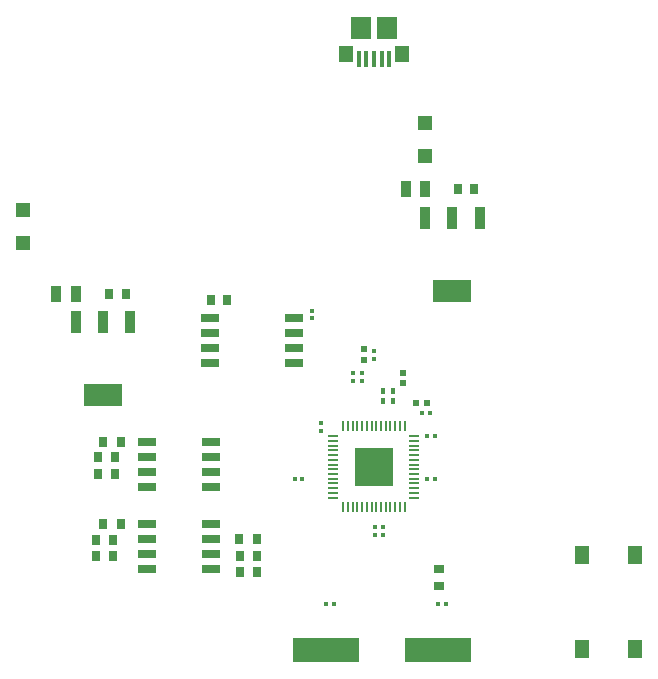
<source format=gbr>
G04*
G04 #@! TF.GenerationSoftware,Altium Limited,Altium Designer,23.8.1 (32)*
G04*
G04 Layer_Color=8421504*
%FSLAX44Y44*%
%MOMM*%
G71*
G04*
G04 #@! TF.SameCoordinates,B1DDD4D6-6927-4A11-B6FF-346F9E1F7E25*
G04*
G04*
G04 #@! TF.FilePolarity,Positive*
G04*
G01*
G75*
%ADD14R,3.2000X1.8500*%
%ADD15R,0.3400X1.4000*%
%ADD16R,1.1500X1.4500*%
%ADD17R,1.7500X1.9000*%
%ADD18R,0.4000X0.3500*%
%ADD19R,0.4500X0.5000*%
%ADD20R,3.2000X3.2000*%
%ADD21R,0.2000X0.8750*%
%ADD22R,0.8750X0.2000*%
%ADD23R,1.5280X0.6500*%
%ADD24R,1.3000X1.5500*%
%ADD25R,0.3500X0.4000*%
%ADD26R,0.7000X0.9000*%
%ADD27R,0.5000X0.5000*%
%ADD28R,0.6000X0.6200*%
%ADD29R,1.6000X0.6500*%
%ADD30R,0.7500X0.9400*%
%ADD31R,0.9700X1.4700*%
%ADD32R,5.6000X2.1000*%
%ADD33R,0.9000X0.7000*%
%ADD34R,0.9000X1.8500*%
%ADD35R,1.2000X1.2000*%
D14*
X184080Y311020D02*
D03*
X479820Y399010D02*
D03*
D15*
X400350Y595930D02*
D03*
X426350D02*
D03*
X419850D02*
D03*
X413350D02*
D03*
X406850D02*
D03*
D16*
X437050Y600130D02*
D03*
X389650D02*
D03*
D17*
X424600Y622430D02*
D03*
X402100D02*
D03*
D18*
X421300Y199200D02*
D03*
Y192600D02*
D03*
X413900D02*
D03*
Y199200D02*
D03*
X403511Y323538D02*
D03*
Y330138D02*
D03*
X395511Y323538D02*
D03*
Y330138D02*
D03*
X413780Y342100D02*
D03*
Y348700D02*
D03*
X360692Y376198D02*
D03*
Y382798D02*
D03*
X368350Y287260D02*
D03*
Y280660D02*
D03*
D19*
X421350Y314760D02*
D03*
Y306260D02*
D03*
X429350D02*
D03*
Y314760D02*
D03*
D20*
X413350Y250510D02*
D03*
D21*
X387350Y284890D02*
D03*
X391350D02*
D03*
X395350D02*
D03*
X399350D02*
D03*
X403350D02*
D03*
X407350D02*
D03*
X411350D02*
D03*
X415350D02*
D03*
X419350D02*
D03*
X423350D02*
D03*
X427350D02*
D03*
X431350D02*
D03*
X435350D02*
D03*
X439350D02*
D03*
Y216130D02*
D03*
X435350D02*
D03*
X431350D02*
D03*
X427350D02*
D03*
X423350D02*
D03*
X419350D02*
D03*
X415350D02*
D03*
X411350D02*
D03*
X407350D02*
D03*
X403350D02*
D03*
X399350D02*
D03*
X395350D02*
D03*
X391350D02*
D03*
X387350D02*
D03*
D22*
X447730Y276510D02*
D03*
Y272510D02*
D03*
Y268510D02*
D03*
Y264510D02*
D03*
Y260510D02*
D03*
Y256510D02*
D03*
Y252510D02*
D03*
Y248510D02*
D03*
Y244510D02*
D03*
Y240510D02*
D03*
Y236510D02*
D03*
Y232510D02*
D03*
Y228510D02*
D03*
Y224510D02*
D03*
X378970D02*
D03*
Y228510D02*
D03*
Y232510D02*
D03*
Y236510D02*
D03*
Y240510D02*
D03*
Y244510D02*
D03*
Y248510D02*
D03*
Y252510D02*
D03*
Y256510D02*
D03*
Y260510D02*
D03*
Y264510D02*
D03*
Y268510D02*
D03*
Y272510D02*
D03*
Y276510D02*
D03*
D23*
X275740Y201780D02*
D03*
Y189080D02*
D03*
Y176380D02*
D03*
Y163680D02*
D03*
X221520D02*
D03*
Y176380D02*
D03*
Y189080D02*
D03*
Y201780D02*
D03*
X275740Y271490D02*
D03*
Y258790D02*
D03*
Y246090D02*
D03*
Y233390D02*
D03*
X221520D02*
D03*
Y246090D02*
D03*
Y258790D02*
D03*
Y271490D02*
D03*
D24*
X634640Y175640D02*
D03*
Y96140D02*
D03*
X589640Y175640D02*
D03*
Y96140D02*
D03*
D25*
X352770Y240510D02*
D03*
X346170D02*
D03*
X454120Y295910D02*
D03*
X460720D02*
D03*
X458740Y240510D02*
D03*
X465340D02*
D03*
X379660Y134100D02*
D03*
X373060D02*
D03*
X474660Y134350D02*
D03*
X468060D02*
D03*
X465340Y276510D02*
D03*
X458740D02*
D03*
D26*
X184260Y201780D02*
D03*
X199260D02*
D03*
X184260Y271490D02*
D03*
X289350Y391910D02*
D03*
X275350D02*
D03*
X192490Y174710D02*
D03*
X178490D02*
D03*
X314050Y175280D02*
D03*
X300050D02*
D03*
X194100Y244560D02*
D03*
X180100D02*
D03*
X192490Y188710D02*
D03*
X178490D02*
D03*
X314050Y161280D02*
D03*
X300050D02*
D03*
X194100Y258560D02*
D03*
X180100D02*
D03*
X299550Y189080D02*
D03*
X314550D02*
D03*
X199260Y271490D02*
D03*
D27*
X404890Y340800D02*
D03*
Y350000D02*
D03*
X437620Y321650D02*
D03*
Y329850D02*
D03*
D28*
X448750Y304510D02*
D03*
X457950D02*
D03*
D29*
X274840Y376670D02*
D03*
Y363970D02*
D03*
Y351270D02*
D03*
Y338570D02*
D03*
X345840D02*
D03*
Y351270D02*
D03*
Y363970D02*
D03*
Y376670D02*
D03*
D30*
X498320Y485510D02*
D03*
X484320D02*
D03*
X203080Y397020D02*
D03*
X189080D02*
D03*
D31*
X456820Y485510D02*
D03*
X440220D02*
D03*
X161080Y397020D02*
D03*
X144480D02*
D03*
D32*
X373060Y95110D02*
D03*
X468060D02*
D03*
D33*
X468560Y163960D02*
D03*
Y149960D02*
D03*
D34*
X456820Y461010D02*
D03*
X479820D02*
D03*
X502820D02*
D03*
X161080Y373020D02*
D03*
X184080D02*
D03*
X207080D02*
D03*
D35*
X116080Y468320D02*
D03*
Y440320D02*
D03*
X456820Y541800D02*
D03*
Y513800D02*
D03*
M02*

</source>
